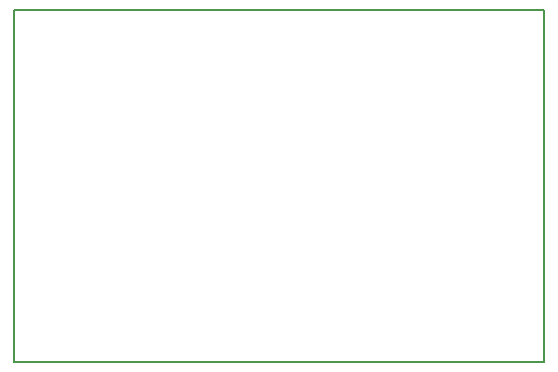
<source format=gbr>
G04 MADE WITH FRITZING*
G04 WWW.FRITZING.ORG*
G04 DOUBLE SIDED*
G04 HOLES PLATED*
G04 CONTOUR ON CENTER OF CONTOUR VECTOR*
%ASAXBY*%
%FSLAX23Y23*%
%MOIN*%
%OFA0B0*%
%SFA1.0B1.0*%
%ADD10R,1.771650X1.181100*%
%ADD11C,0.008000*%
%ADD10C,0.008*%
%LNCONTOUR*%
G90*
G70*
G54D10*
G54D11*
X4Y1177D02*
X1768Y1177D01*
X1768Y4D01*
X4Y4D01*
X4Y1177D01*
D02*
G04 End of contour*
M02*
</source>
